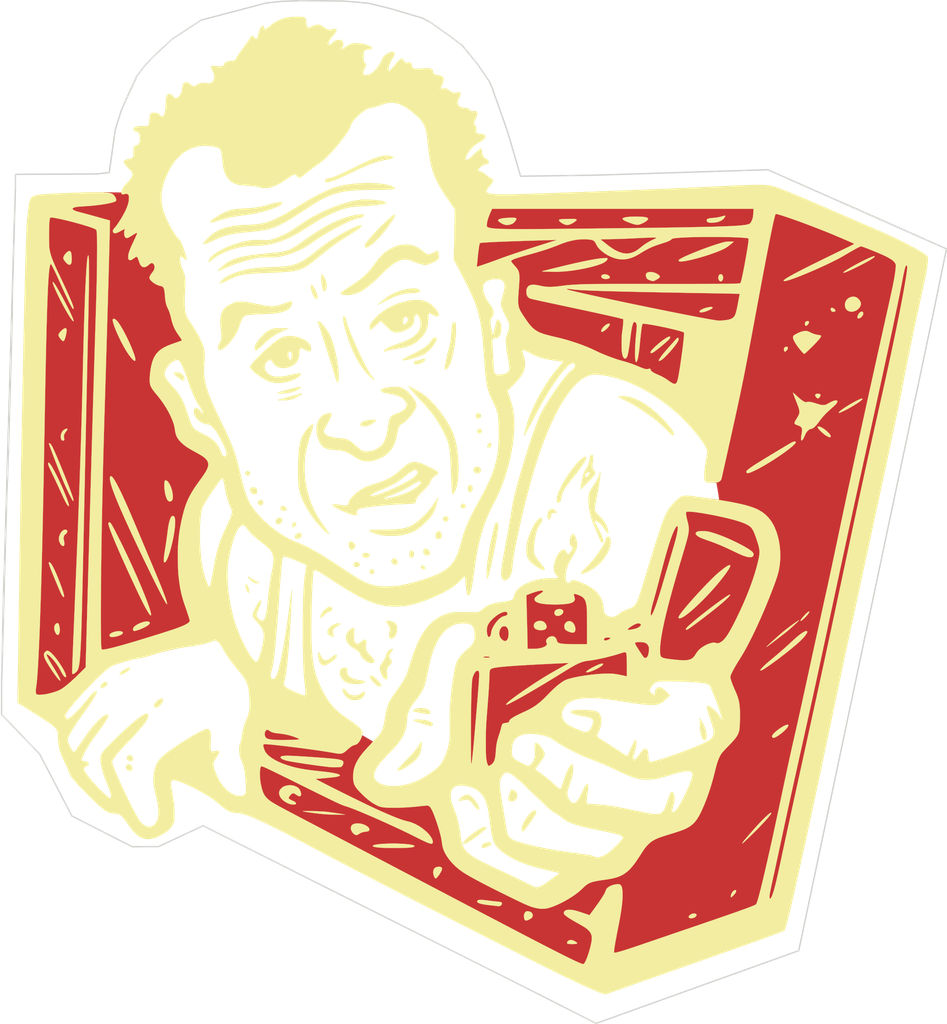
<source format=kicad_pcb>
(kicad_pcb (version 20211014) (generator pcbnew)
  (layers (0 "F.Cu" signal) (31 "B.Cu" signal) (34 "B.Paste" user) (35 "F.Paste" user) (36 "B.SilkS" user "B.Silkscreen") (37 "F.SilkS" user "F.Silkscreen") (38 "B.Mask" user) (39 "F.Mask" user) (44 "Edge.Cuts" user))
  (net 0 "")
  (footprint "LOGO" (layer "F.Cu") (at 149.604169 111.429933)
    (fp_text reference "G***" hide)
    (fp_text value "LOGO" hide)
  )
  (footprint "LOGO" (layer "F.Cu") (at 149.604169 111.429933)
    (fp_text reference "G***" hide)
    (fp_text value "LOGO" hide)
  )
  (footprint "LOGO" (layer "F.Cu") (at 149.604169 111.429933)
    (fp_text reference "G***" hide)
    (fp_text value "LOGO" hide)
    (fp_poly (pts (xy 28.659666 -21.437729) (xy 29.090551 -21.24591) (xy 29.515339 -21.056783) (xy 29.932097 -20.871212) (xy 30.338893 -20.690056) (xy 30.733793 -20.514178) (xy 31.114864 -20.344439) (xy 31.480173 -20.181701) (xy 31.827788 -20.026824) (xy 32.155774 -19.880671) (xy 32.462199 -19.744103) (xy 32.74513 -19.617981) (xy 33.002634 -19.503167) (xy 33.232778 -19.400522) (xy 33.433628 -19.310907) (xy 33.603252 -19.235185) (xy 33.739716 -19.174216) (xy 33.841087 -19.128862) (xy 33.898416 -19.103143) (xy 34.047566 -19.036095) (xy 34.190426 -18.971943) (xy 34.320596 -18.913555) (xy 34.431672 -18.863802) (xy 34.517253 -18.825554) (xy 34.570936 -18.801679) (xy 34.572574 -18.800956) (xy 34.696398 -18.746298) (xy 34.682623 -18.660024) (xy 34.67459 -18.616649) (xy 34.657928 -18.532881) (xy 34.632853 -18.409727) (xy 34.599577 -18.248193) (xy 34.558315 -18.049286) (xy 34.509281 -17.814012) (xy 34.45269 -17.543379) (xy 34.388755 -17.238392) (xy 34.317691 -16.900059) (xy 34.239711 -16.529385) (xy 34.155031 -16.127378) (xy 34.063864 -15.695045) (xy 33.966424 -15.233391) (xy 33.862925 -14.743423) (xy 33.753583 -14.226148) (xy 33.63861 -13.682573) (xy 33.518221 -13.113704) (xy 33.39263 -12.520548) (xy 33.262051 -11.904111) (xy 33.126699 -11.2654) (xy 32.986787 -10.605422) (xy 32.842531 -9.925183) (xy 32.694143 -9.22569) (xy 32.541838 -8.507949) (xy 32.385831 -7.772967) (xy 32.226335 -7.021751) (xy 32.063564 -6.255307) (xy 31.897733 -5.474642) (xy 31.729057 -4.680762) (xy 31.557748 -3.874674) (xy 31.384021 -3.057385) (xy 31.208091 -2.229901) (xy 31.030172 -1.393229) (xy 30.850477 -0.548376) (xy 30.669221 0.303653) (xy 30.486618 1.16185) (xy 30.302883 2.025208) (xy 30.118228 2.892722) (xy 29.93287 3.763384) (xy 29.74702 4.636188) (xy 29.560895 5.510128) (xy 29.374708 6.384196) (xy 29.188673 7.257386) (xy 29.003004 8.128692) (xy 28.817916 8.997107) (xy 28.633623 9.861624) (xy 28.450338 10.721237) (xy 28.268276 11.574939) (xy 28.087652 12.421723) (xy 27.908679 13.260583) (xy 27.731571 14.090512) (xy 27.556543 14.910504) (xy 27.383809 15.719553) (xy 27.213582 16.51665) (xy 27.046078 17.300791) (xy 26.88151 18.070967) (xy 26.720093 18.826174) (xy 26.56204 19.565403) (xy 26.407566 20.287649) (xy 26.256885 20.991905) (xy 26.110211 21.677163) (xy 25.967758 22.342419) (xy 25.829741 22.986664) (xy 25.696373 23.608893) (xy 25.567869 24.208099) (xy 25.444443 24.783275) (xy 25.326309 25.333415) (xy 25.213682 25.857511) (xy 25.106774 26.354558) (xy 25.005801 26.823549) (xy 24.995561 26.871083) (xy 24.920758 27.218183) (xy 24.85431 27.52625) (xy 24.795693 27.797642) (xy 24.744387 28.034719) (xy 24.699867 28.239838) (xy 24.661613 28.415359) (xy 24.629102 28.563641) (xy 24.601812 28.687042) (xy 24.57922 28.787921) (xy 24.560803 28.868637) (xy 24.546041 28.931548) (xy 24.534409 28.979014) (xy 24.525387 29.013394) (xy 24.518452 29.037045) (xy 24.513081 29.052327) (xy 24.511988 29.054961) (xy 24.493173 29.083614) (xy 24.458145 29.114909) (xy 24.402751 29.151184) (xy 24.322839 29.194778) (xy 24.214255 29.248029) (xy 24.072848 29.313276) (xy 23.976553 29.35647) (xy 23.822131 29.424262) (xy 23.649492 29.498175) (xy 23.457527 29.578634) (xy 23.245129 29.666064) (xy 23.011191 29.760891) (xy 22.754604 29.86354) (xy 22.474261 29.974436) (xy 22.169055 30.094004) (xy 21.837877 30.22267) (xy 21.479621 30.360858) (xy 21.093178 30.508995) (xy 20.677441 30.667504) (xy 20.231303 30.836812) (xy 19.753655 31.017344) (xy 19.24339 31.209524) (xy 18.699401 31.413779) (xy 18.120579 31.630533) (xy 17.505817 31.860211) (xy 16.854008 32.103239) (xy 16.164044 32.360043) (xy 15.8115 32.491107) (xy 15.301252 32.680717) (xy 14.829279 32.856067) (xy 14.394186 33.017672) (xy 13.994576 33.166047) (xy 13.629053 33.301706) (xy 13.29622 33.425165) (xy 12.994683 33.536937) (xy 12.723044 33.637539) (xy 12.479907 33.727484) (xy 12.263877 33.807287) (xy 12.073557 33.877463) (xy 11.907551 33.938527) (xy 11.764463 33.990994) (xy 11.642897 34.035379) (xy 11.541457 34.072195) (xy 11.458747 34.101958) (xy 11.39337 34.125184) (xy 11.34393 34.142385) (xy 11.309032 34.154078) (xy 11.287278 34.160777) (xy 11.277274 34.162997) (xy 11.277106 34.163) (xy 11.250883 34.154156) (xy 11.192402 34.129374) (xy 11.107453 34.091272) (xy 11.001824 34.04247) (xy 10.881306 33.985589) (xy 10.816048 33.954349) (xy 10.672384 33.885143) (xy 10.52158 33.812283) (xy 10.362857 33.735383) (xy 10.195435 33.654055) (xy 10.018535 33.567913) (xy 9.831378 33.476569) (xy 9.633184 33.379636) (xy 9.423173 33.276727) (xy 9.200567 33.167455) (xy 8.964585 33.051433) (xy 8.714448 32.928274) (xy 8.449377 32.797591) (xy 8.168593 32.658997) (xy 7.871315 32.512105) (xy 7.556764 32.356527) (xy 7.224161 32.191877) (xy 6.872726 32.017767) (xy 6.50168 31.833811) (xy 6.110244 31.639621) (xy 5.697637 31.434811) (xy 5.263081 31.218993) (xy 4.805796 30.991781) (xy 4.325002 30.752786) (xy 3.819921 30.501623) (xy 3.289771 30.237903) (xy 2.733775 29.961241) (xy 2.151152 29.671249) (xy 1.541124 29.367539) (xy 0.90291 29.049725) (xy 0.235731 28.71742) (xy -0.461192 28.370237) (xy -1.188639 28.007789) (xy -1.947389 27.629687) (xy -2.738222 27.235547) (xy -3.561917 26.82498) (xy -4.419254 26.397599) (xy -5.311012 25.953017) (xy -6.237971 25.490848) (xy -7.200909 25.010704) (xy -8.200608 24.512198) (xy -8.640023 24.293072) (xy -13.459463 21.889698) (xy -13.48303 21.802175) (xy -13.498286 21.742928) (xy -13.520244 21.654172) (xy -13.547329 21.542594) (xy -13.577965 21.414885) (xy -13.610578 21.277732) (xy -13.643593 21.137825) (xy -13.675434 21.001853) (xy -13.704526 20.876505) (xy -13.729295 20.768469) (xy -13.748164 20.684436) (xy -13.75956 20.631093) (xy -13.762096 20.617069) (xy -13.765554 20.601275) (xy -13.774184 20.58641) (xy -13.791986 20.570639) (xy -13.82296 20.552132) (xy -13.871105 20.529054) (xy -13.940423 20.499573) (xy -14.034912 20.461855) (xy -14.158572 20.41407) (xy -14.315405 20.354382) (xy -14.430375 20.310852) (xy -14.583834 20.252799) (xy -14.583834 18.71192) (xy -14.838824 17.586878) (xy -14.886696 17.374677) (xy -14.931412 17.174545) (xy -14.97214 16.990345) (xy -15.008045 16.825942) (xy -15.038294 16.685198) (xy -15.062053 16.571977) (xy -15.078489 16.490143) (xy -15.086767 16.443559) (xy -15.087533 16.434328) (xy -15.069808 16.414118) (xy -15.023263 16.371747) (xy -14.952468 16.311075) (xy -14.861992 16.235964) (xy -14.756406 16.150274) (xy -14.665559 16.077831) (xy -14.530737 15.971869) (xy -14.417774 15.885483) (xy -14.317737 15.812797) (xy -14.221696 15.747939) (xy -14.120719 15.685035) (xy -14.005872 15.61821) (xy -13.868225 15.541592) (xy -13.761656 15.483407) (xy -13.273444 15.217971) (xy -9.93775 15.624217) (xy -8.974667 15.635307) (xy -8.738529 15.638212) (xy -8.539571 15.641178) (xy -8.372643 15.644439) (xy -8.232591 15.648229) (xy -8.114265 15.652785) (xy -8.012513 15.65834) (xy -7.922181 15.665129) (xy -7.83812 15.673387) (xy -7.755175 15.683348) (xy -7.672547 15.694628) (xy -7.333511 15.74286) (xy -7.021238 15.946513) (xy -6.918114 16.012705) (xy -6.825886 16.069908) (xy -6.750889 16.11435) (xy -6.699462 16.142259) (xy -6.679114 16.150166) (xy -6.657128 16.160567) (xy -6.603757 16.189834) (xy -6.523926 16.235067) (xy -6.422557 16.293365) (xy -6.304574 16.361825) (xy -6.174901 16.437549) (xy -6.03846 16.517633) (xy -5.900177 16.599177) (xy -5.764974 16.67928) (xy -5.637774 16.75504) (xy -5.523501 16.823557) (xy -5.42708 16.88193) (xy -5.353432 16.927256) (xy -5.307482 16.956636) (xy -5.294628 16.965968) (xy -5.304329 16.98359) (xy -5.336942 17.023512) (xy -5.385835 17.077708) (xy -5.395393 17.087875) (xy -5.50378 17.202478) (xy -5.823181 18.219422) (xy -6.142583 19.236365) (xy -5.969236 19.910474) (xy -5.927431 20.072472) (xy -5.888843 20.220902) (xy -5.854758 20.350911) (xy -5.82646 20.457643) (xy -5.805232 20.536243) (xy -5.792359 20.581856) (xy -5.789074 20.591523) (xy -5.767533 20.596498) (xy -5.708271 20.608163) (xy -5.615246 20.625786) (xy -5.492416 20.648637) (xy -5.343739 20.675985) (xy -5.173171 20.7071) (xy -4.98467 20.741251) (xy -4.782195 20.777707) (xy -4.728636 20.787314) (xy -3.675012 20.976166) (xy -1.924893 20.976166) (xy -1.269657 21.203708) (xy -0.614422 21.43125) (xy -0.613834 23.240434) (xy -0.32795 23.855898) (xy -0.251684 24.018438) (xy -0.174766 24.179373) (xy -0.100624 24.331744) (xy -0.032687 24.468593) (xy 0.025618 24.582964) (xy 0.07086 24.667898) (xy 0.081588 24.686972) (xy 0.188745 24.875774) (xy 0.273648 25.029736) (xy 0.336754 25.149746) (xy 0.378521 25.236689) (xy 0.399406 25.291451) (xy 0.402166 25.307547) (xy 0.389613 25.335635) (xy 0.348664 25.368973) (xy 0.27439 25.411237) (xy 0.239515 25.428865) (xy 0.076864 25.509347) (xy 0.752807 25.852846) (xy 0.854168 25.904374) (xy 0.990356 25.973637) (xy 1.158473 26.059159) (xy 1.355621 26.159466) (xy 1.578903 26.273083) (xy 1.825421 26.398535) (xy 2.092278 26.534348) (xy 2.376575 26.679046) (xy 2.675416 26.831156) (xy 2.985902 26.989202) (xy 3.305137 27.15171) (xy 3.630221 27.317205) (xy 3.958258 27.484212) (xy 4.102894 27.55785) (xy 6.777038 28.919356) (xy 7.299381 28.770985) (xy 7.509938 28.709065) (xy 7.70242 28.648281) (xy 7.870146 28.590872) (xy 8.006434 28.539073) (xy 8.059503 28.516512) (xy 8.273994 28.408305) (xy 8.504303 28.269014) (xy 8.743434 28.103214) (xy 8.984391 27.915483) (xy 9.006416 27.897261) (xy 9.375633 27.614897) (xy 9.758449 27.370061) (xy 10.152624 27.163964) (xy 10.555917 26.997817) (xy 10.838405 26.907081) (xy 10.955992 26.873976) (xy 11.053603 26.847734) (xy 11.141917 26.825985) (xy 11.231612 26.806364) (xy 11.333365 26.786503) (xy 11.457855 26.764034) (xy 11.578166 26.743079) (xy 11.855865 26.687368) (xy 12.099241 26.620614) (xy 12.315643 26.53924) (xy 12.512417 26.439668) (xy 12.696912 26.31832) (xy 12.876476 26.171619) (xy 13.008494 26.046632) (xy 13.11306 25.937175) (xy 13.2216 25.812602) (xy 13.337223 25.668863) (xy 13.46304 25.501905) (xy 13.602163 25.307677) (xy 13.757701 25.082128) (xy 13.822051 24.986925) (xy 13.92473 24.836834) (xy 14.025199 24.694693) (xy 14.118928 24.566631) (xy 14.201386 24.458775) (xy 14.26804 24.377253) (xy 14.29542 24.346808) (xy 14.367335 24.274661) (xy 14.442927 24.206904) (xy 14.525126 24.142154) (xy 14.616864 24.079032) (xy 14.721074 24.016155) (xy 14.840687 23.952142) (xy 14.978635 23.885612) (xy 15.137849 23.815184) (xy 15.321261 23.739476) (xy 15.531803 23.657106) (xy 15.772408 23.566695) (xy 16.046006 23.466859) (xy 16.355529 23.356218) (xy 16.525122 23.296258) (xy 16.725925 23.225376) (xy 16.890977 23.1667) (xy 17.024476 23.118438) (xy 17.130623 23.078797) (xy 17.213617 23.045983) (xy 17.277659 23.018204) (xy 17.326948 22.993667) (xy 17.365683 22.970579) (xy 17.398065 22.947148) (xy 17.428294 22.92158) (xy 17.450808 22.901094) (xy 17.493926 22.858709) (xy 17.536791 22.810401) (xy 17.580624 22.753733) (xy 17.626646 22.686268) (xy 17.676077 22.605569) (xy 17.730139 22.509201) (xy 17.790052 22.394725) (xy 17.857036 22.259705) (xy 17.932312 22.101704) (xy 18.017101 21.918286) (xy 18.112624 21.707014) (xy 18.2201 21.465451) (xy 18.340752 21.19116) (xy 18.475799 20.881705) (xy 18.56351 20.679833) (xy 18.749157 20.255943) (xy 18.922195 19.869274) (xy 19.083996 19.517088) (xy 19.235931 19.196647) (xy 19.379372 18.905213) (xy 19.515692 18.640049) (xy 19.646262 18.398417) (xy 19.772454 18.177581) (xy 19.895641 17.974801) (xy 20.000899 17.81175) (xy 20.05192 17.738104) (xy 20.124211 17.638142) (xy 20.212679 17.518677) (xy 20.312236 17.386519) (xy 20.417793 17.24848) (xy 20.524155 17.111503) (xy 20.906739 16.622922) (xy 20.857824 15.969477) (xy 20.834829 15.674898) (xy 20.812088 15.413603) (xy 20.788395 15.17657) (xy 20.762548 14.954775) (xy 20.733343 14.739194) (xy 20.699576 14.520804) (xy 20.660044 14.290582) (xy 20.613542 14.039504) (xy 20.571355 13.821833) (xy 20.517917 13.559973) (xy 20.464237 13.315792) (xy 20.411212 13.092509) (xy 20.359735 12.893344) (xy 20.310703 12.721519) (xy 20.265009 12.580253) (xy 20.223548 12.472767) (xy 20.187216 12.402281) (xy 20.171207 12.381874) (xy 20.135876 12.360788) (xy 20.064696 12.330156) (xy 19.962636 12.291666) (xy 19.834662 12.247004) (xy 19.685743 12.197856) (xy 19.520846 12.14591) (xy 19.34494 12.092851) (xy 19.177 12.04432) (xy 18.97125 11.988573) (xy 18.771373 11.939878) (xy 18.573007 11.897813) (xy 18.371792 11.861955) (xy 18.163364 11.831879) (xy 17.943364 11.807163) (xy 17.707429 11.787382) (xy 17.451197 11.772115) (xy 17.170308 11.760937) (xy 16.8604 11.753426) (xy 16.51711 11.749157) (xy 16.136079 11.747707) (xy 16.1211 11.747702) (xy 15.234784 11.7475) (xy 14.064254 12.886246) (xy 12.858252 12.952217) (xy 12.459319 12.974288) (xy 12.099697 12.994753) (xy 11.776405 13.013853) (xy 11.486461 13.031825) (xy 11.226882 13.048908) (xy 10.994688 13.065342) (xy 10.786897 13.081364) (xy 10.600526 13.097214) (xy 10.432594 13.11313) (xy 10.28012 13.129351) (xy 10.140121 13.146116) (xy 10.009615 13.163663) (xy 9.885621 13.182232) (xy 9.789583 13.197902) (xy 9.517479 13.250262) (xy 9.282691 13.309877) (xy 9.080546 13.378612) (xy 8.906371 13.45833) (xy 8.755493 13.550895) (xy 8.62324 13.658171) (xy 8.614067 13.666743) (xy 8.537964 13.742901) (xy 8.469577 13.822246) (xy 8.404018 13.911993) (xy 8.336396 14.019357) (xy 8.261822 14.151554) (xy 8.179198 14.308433) (xy 8.086066 14.475797) (xy 7.99317 14.6103) (xy 7.891814 14.720459) (xy 7.773302 14.814792) (xy 7.628937 14.901818) (xy 7.513981 14.960008) (xy 7.363516 15.028694) (xy 7.179581 15.106833) (xy 6.969275 15.191788) (xy 6.7397 15.28092) (xy 6.497955 15.371591) (xy 6.251138 15.46116) (xy 6.006351 15.546991) (xy 5.770692 15.626443) (xy 5.551262 15.696879) (xy 5.439976 15.730846) (xy 5.26325 15.787235) (xy 5.121416 15.841465) (xy 5.007429 15.897154) (xy 4.914242 15.957925) (xy 4.83481 16.027397) (xy 4.807779 16.055723) (xy 4.74176 16.134991) (xy 4.680706 16.224409) (xy 4.62312 16.32789) (xy 4.567505 16.449349) (xy 4.512364 16.592698) (xy 4.4562 16.761851) (xy 4.397517 16.960721) (xy 4.334817 17.193221) (xy 4.266605 17.463265) (xy 4.261587 17.483666) (xy 4.195922 17.742058) (xy 4.134078 17.964491) (xy 4.073709 18.156887) (xy 4.012468 18.325169) (xy 3.94801 18.475259) (xy 3.87799 18.613079) (xy 3.800062 18.744553) (xy 3.711879 18.875602) (xy 3.708286 18.880666) (xy 3.541165 19.088869) (xy 3.360064 19.264881) (xy 3.16805 19.407195) (xy 2.968194 19.514307) (xy 2.763565 19.58471) (xy 2.557233 19.6169) (xy 2.352266 19.60937) (xy 2.258233 19.591907) (xy 2.139396 19.559554) (xy 2.031324 19.519165) (xy 1.927501 19.466574) (xy 1.82141 19.397621) (xy 1.706535 19.308142) (xy 1.576359 19.193975) (xy 1.45017 19.075711) (xy 1.222528 18.858006) (xy 1.268015 17.001378) (xy 1.283312 16.395027) (xy 1.298497 15.829976) (xy 1.313624 15.305192) (xy 1.328743 14.819642) (xy 1.343907 14.372294) (xy 1.359167 13.962115) (xy 1.374576 13.58807) (xy 1.390185 13.249129) (xy 1.406047 12.944257) (xy 1.422214 12.672422) (xy 1.438737 12.43259) (xy 1.455669 12.22373) (xy 1.473061 12.044807) (xy 1.490965 11.89479) (xy 1.509433 11.772645) (xy 1.528518 11.677339) (xy 1.537676 11.641666) (xy 1.584598 11.509627) (xy 1.658474 11.34954) (xy 1.757518 11.164442) (xy 1.879947 10.957369) (xy 2.023976 10.731357) (xy 2.187821 10.489445) (xy 2.342562 10.271897) (xy 2.45193 10.116262) (xy 2.534705 9.983345) (xy 2.59293 9.864686) (xy 2.628645 9.751824) (xy 2.643894 9.636298) (xy 2.640718 9.509646) (xy 2.621159 9.363409) (xy 2.594971 9.22606) (xy 2.559284 9.026016) (xy 2.542438 8.852306) (xy 2.545493 8.692847) (xy 2.569509 8.535555) (xy 2.615546 8.368347) (xy 2.684664 8.179139) (xy 2.687419 8.172208) (xy 2.771105 7.970571) (xy 2.848909 7.804354) (xy 2.925354 7.667944) (xy 3.004961 7.555726) (xy 3.09225 7.462085) (xy 3.191745 7.381406) (xy 3.307965 7.308076) (xy 3.438095 7.240051) (xy 3.54256 7.190936) (xy 3.674472 7.131765) (xy 3.821804 7.067773) (xy 3.972527 7.004195) (xy 4.09575 6.953817) (xy 4.32932 6.858255) (xy 4.526225 6.77344) (xy 4.690122 6.697226) (xy 4.824668 6.627467) (xy 4.933519 6.562018) (xy 5.020333 6.498732) (xy 5.088768 6.435465) (xy 5.142479 6.370071) (xy 5.173523 6.321448) (xy 5.196723 6.272473) (xy 5.229413 6.191712) (xy 5.268355 6.087751) (xy 5.310313 5.969178) (xy 5.343778 5.869864) (xy 5.386874 5.740091) (xy 5.419823 5.645036) (xy 5.445275 5.579064) (xy 5.465881 5.53654) (xy 5.484291 5.511828) (xy 5.503156 5.499295) (xy 5.520464 5.494227) (xy 5.589298 5.48076) (xy 5.693099 5.461671) (xy 5.825049 5.438119) (xy 5.978328 5.411263) (xy 6.146116 5.382259) (xy 6.321594 5.352266) (xy 6.497944 5.322443) (xy 6.668345 5.293948) (xy 6.825978 5.267938) (xy 6.964024 5.245572) (xy 7.075664 5.228008) (xy 7.154078 5.216405) (xy 7.164916 5.214936) (xy 7.330808 5.196598) (xy 7.492263 5.186987) (xy 7.655267 5.186674) (xy 7.825804 5.196231) (xy 8.009861 5.21623) (xy 8.213424 5.247243) (xy 8.442478 5.289841) (xy 8.703009 5.344597) (xy 8.838631 5.37483) (xy 9.080394 5.430955) (xy 9.285501 5.482388) (xy 9.459056 5.53138) (xy 9.606164 5.580182) (xy 9.731928 5.631042) (xy 9.841454 5.686212) (xy 9.939845 5.747942) (xy 10.032206 5.818482) (xy 10.12364 5.900081) (xy 10.199453 5.974737) (xy 10.390054 6.191824) (xy 10.564941 6.436837) (xy 10.717566 6.69883) (xy 10.841382 6.966855) (xy 10.911247 7.164746) (xy 10.986975 7.37821) (xy 11.076749 7.556819) (xy 11.186265 7.707221) (xy 11.321217 7.836063) (xy 11.487301 7.949991) (xy 11.664027 8.043333) (xy 11.759179 8.087327) (xy 11.829847 8.115155) (xy 11.88904 8.130308) (xy 11.949765 8.136277) (xy 12.012083 8.136739) (xy 12.069955 8.134448) (xy 12.128648 8.128158) (xy 12.191443 8.116565) (xy 12.261618 8.098361) (xy 12.342453 8.072239) (xy 12.437229 8.036893) (xy 12.549226 7.991015) (xy 12.681721 7.9333) (xy 12.837997 7.862439) (xy 13.021332 7.777127) (xy 13.235006 7.676057) (xy 13.482299 7.557921) (xy 13.568119 7.516756) (xy 14.150488 7.237207) (xy 14.391006 6.629562) (xy 14.483354 6.389808) (xy 14.584692 6.115047) (xy 14.693044 5.811161) (xy 14.806438 5.484032) (xy 14.922897 5.13954) (xy 15.040447 4.783567) (xy 15.157115 4.421996) (xy 15.270925 4.060708) (xy 15.379902 3.705584) (xy 15.440613 3.503083) (xy 15.56913 3.072671) (xy 15.687734 2.680715) (xy 15.797376 2.324757) (xy 15.899005 2.002338) (xy 15.993572 1.710997) (xy 16.082026 1.448276) (xy 16.165316 1.211715) (xy 16.244394 0.998854) (xy 16.320207 0.807236) (xy 16.393707 0.634399) (xy 16.465842 0.477886) (xy 16.537563 0.335236) (xy 16.609819 0.203991) (xy 16.68356 0.08169) (xy 16.759737 -0.034125) (xy 16.839297 -0.145914) (xy 16.861143 -0.175273) (xy 16.94197 -0.275451) (xy 17.039504 -0.384541) (xy 17.14701 -0.496101) (xy 17.257752 -0.603685) (xy 17.364994 -0.700849) (xy 17.461999 -0.781151) (xy 17.542033 -0.838146) (xy 17.571534 -0.854881) (xy 17.638252 -0.882291) (xy 17.713084 -0.900189) (xy 17.80158 -0.908519) (xy 17.909289 -0.907224) (xy 18.041761 -0.896249) (xy 18.204545 -0.875537) (xy 18.393833 -0.846546) (xy 18.537565 -0.824633) (xy 18.685707 -0.804312) (xy 18.825809 -0.787139) (xy 18.945424 -0.774666) (xy 19.010549 -0.76955) (xy 19.11213 -0.762872) (xy 19.17975 -0.761713) (xy 19.221779 -0.772162) (xy 19.246587 -0.80031) (xy 19.262541 -0.852248) (xy 19.278012 -0.934065) (xy 19.284482 -0.968891) (xy 19.299973 -1.039206) (xy 19.315397 -1.091101) (xy 19.326305 -1.111954) (xy 19.352145 -1.112595) (xy 19.411817 -1.107356) (xy 19.497362 -1.097128) (xy 19.600821 -1.0828) (xy 19.641509 -1.07672) (xy 19.749042 -1.061258) (xy 19.841102 -1.04976) (xy 19.909888 -1.043066) (xy 19.947601 -1.042018) (xy 19.952131 -1.043243) (xy 19.951818 -1.066365) (xy 19.945114 -1.125958) (xy 19.932777 -1.216769) (xy 19.915564 -1.333544) (xy 19.894231 -1.471028) (xy 19.869537 -1.623969) (xy 19.860948 -1.67592) (xy 19.757753 -2.296584) (xy 19.635269 -2.302975) (xy 19.566798 -2.307487) (xy 19.531477 -2.31533) (xy 19.520166 -2.331749) (xy 19.523727 -2.361991) (xy 19.524653 -2.366475) (xy 19.550926 -2.509612) (xy 19.577453 -2.684127) (xy 19.603204 -2.880195) (xy 19.627151 -3.087991) (xy 19.648264 -3.297693) (xy 19.665514 -3.499475) (xy 19.677872 -3.683514) (xy 19.684308 -3.839984) (xy 19.685 -3.897158) (xy 19.679146 -4.118546) (xy 19.660225 -4.324953) (xy 19.626193 -4.521987) (xy 19.575008 -4.715255) (xy 19.504626 -4.910363) (xy 19.413005 -5.112919) (xy 19.298102 -5.32853) (xy 19.157875 -5.562803) (xy 18.99028 -5.821346) (xy 18.976463 -5.842) (xy 18.723625 -6.211604) (xy 18.482784 -6.546579) (xy 18.249547 -6.851333) (xy 18.019526 -7.130272) (xy 17.788328 -7.3878) (xy 17.551564 -7.628324) (xy 17.304842 -7.856248) (xy 17.043771 -8.07598) (xy 16.763961 -8.291925) (xy 16.461021 -8.508488) (xy 16.13056 -8.730075) (xy 16.039034 -8.789412) (xy 15.623929 -9.052265) (xy 15.219089 -9.299536) (xy 14.8276 -9.529532) (xy 14.452549 -9.740563) (xy 14.097023 -9.930935) (xy 13.764106 -10.098957) (xy 13.456886 -10.242936) (xy 13.178448 -10.361181) (xy 13.156597 -10.369837) (xy 12.867774 -10.478821) (xy 12.541091 -10.593517) (xy 12.180469 -10.712828) (xy 11.789829 -10.835654) (xy 11.373092 -10.960897) (xy 10.934181 -11.087458) (xy 10.477015 -11.214241) (xy 10.005518 -11.340145) (xy 9.523609 -11.464073) (xy 9.03521 -11.584927) (xy 8.544243 -11.701607) (xy 8.054629 -11.813016) (xy 7.821083 -11.864333) (xy 7.41834 -11.953506) (xy 7.053758 -12.038008) (xy 6.723552 -12.118877) (xy 6.423936 -12.197152) (xy 6.151125 -12.273871) (xy 5.901334 -12.350073) (xy 5.670777 -12.426797) (xy 5.455669 -12.505081) (xy 5.381625 -12.533711) (xy 4.995333 -12.685445) (xy 4.996381 -12.803848) (xy 4.997637 -12.862807) (xy 5.000494 -12.954954) (xy 5.004627 -13.071188) (xy 5.009714 -13.202406) (xy 5.015237 -13.335) (xy 5.023459 -13.632601) (xy 5.020026 -13.898671) (xy 5.003756 -14.142694) (xy 4.97347 -14.374157) (xy 4.927987 -14.602545) (xy 4.866126 -14.837344) (xy 4.803167 -15.038848) (xy 4.765246 -15.154749) (xy 4.732678 -15.259073) (xy 4.705127 -15.35599) (xy 4.682255 -15.449669) (xy 4.663725 -15.544282) (xy 4.649199 -15.643997) (xy 4.638341 -15.752985) (xy 4.630814 -15.875417) (xy 4.626279 -16.015462) (xy 4.6244 -16.17729) (xy 4.624839 -16.365071) (xy 4.62726 -16.582976) (xy 4.631324 -16.835174) (xy 4.636256 -17.102667) (xy 4.646083 -17.62125) (xy 4.586527 -17.790584) (xy 4.536455 -17.915016) (xy 4.468996 -18.056931) (xy 4.389304 -18.207553) (xy 4.302532 -18.358109) (xy 4.213833 -18.499823) (xy 4.12836 -18.623921) (xy 4.051266 -18.72163) (xy 4.019848 -18.755485) (xy 3.964283 -18.806405) (xy 3.923107 -18.829981) (xy 3.884739 -18.832301) (xy 3.876586 -18.830793) (xy 3.846177 -18.820374) (xy 3.780849 -18.795171) (xy 3.684688 -18.756848) (xy 3.561783 -18.707071) (xy 3.416221 -18.647503) (xy 3.25209 -18.579809) (xy 3.073476 -18.505655) (xy 2.88925 -18.428707) (xy 1.957916 -18.038571) (xy 1.952396 -18.950661) (xy 1.946877 -19.862751) (xy 2.183584 -21.046409) (xy 2.420291 -22.230068) (xy 2.771187 -22.536475) (xy 2.886455 -22.637376) (xy 2.975255 -22.713983) (xy 3.043659 -22.769083) (xy 3.097739 -22.805464) (xy 3.143565 -22.825913) (xy 3.187209 -22.833218) (xy 3.234741 -22.830165) (xy 3.292233 -22.819541) (xy 3.357752 -22.805762) (xy 3.424088 -22.792191) (xy 3.48012 -22.96044) (xy 3.536152 -23.12869) (xy 4.493284 -23.142897) (xy 4.722589 -23.146415) (xy 4.984081 -23.150622) (xy 5.267627 -23.155342) (xy 5.563089 -23.160403) (xy 5.860331 -23.165628) (xy 6.149218 -23.170843) (xy 6.419614 -23.175873) (xy 6.551083 -23.178387) (xy 6.974904 -23.186604) (xy 7.437608 -23.195616) (xy 7.935754 -23.205354) (xy 8.465899 -23.215749) (xy 9.024602 -23.226734) (xy 9.608421 -23.238239) (xy 10.213915 -23.250196) (xy 10.837641 -23.262537) (xy 11.476159 -23.275194) (xy 12.126027 -23.288097) (xy 12.783802 -23.301179) (xy 13.446044 -23.31437) (xy 14.10931 -23.327603) (xy 14.77016 -23.340809) (xy 15.42515 -23.35392) (xy 16.070841 -23.366866) (xy 16.703789 -23.37958) (xy 17.320553 -23.391993) (xy 17.917693 -23.404037) (xy 18.491765 -23.415642) (xy 19.039328 -23.426742) (xy 19.2405 -23.430828) (xy 19.659629 -23.439341) (xy 20.070165 -23.447669) (xy 20.469869 -23.455766) (xy 20.856503 -23.463588) (xy 21.227829 -23.471089) (xy 21.581609 -23.478225) (xy 21.915605 -23.484951) (xy 22.227579 -23.491221) (xy 22.515292 -23.496991) (xy 22.776506 -23.502217) (xy 23.008984 -23.506852) (xy 23.210487 -23.510852) (xy 23.378777 -23.514173) (xy 23.511616 -23.516769) (xy 23.606765 -23.518595) (xy 23.661987 -23.519606) (xy 23.664333 -23.519646) (xy 23.97125 -23.524786) (xy 28.659666 -21.437729)) (layer "F.Cu") (width 0.01) (fill solid))
    (fp_poly (pts (xy -25.419185 -23.720874) (xy -25.385492 -23.717378) (xy -25.315296 -23.714193) (xy -25.214427 -23.711442) (xy -25.088715 -23.709245) (xy -24.943988 -23.707723) (xy -24.786079 -23.706997) (xy -24.749125 -23.706956) (xy -24.56601 -23.706553) (xy -24.421207 -23.70541) (xy -24.310696 -23.70334) (xy -24.23046 -23.700157) (xy -24.17648 -23.695673) (xy -24.144737 -23.689703) (xy -24.131215 -23.682059) (xy -24.13 -23.678198) (xy -24.11549 -23.643749) (xy -24.087188 -23.610983) (xy -24.059938 -23.589669) (xy -24.032265 -23.582822) (xy -23.990329 -23.59015) (xy -23.931869 -23.607703) (xy -23.831421 -23.634409) (xy -23.757074 -23.640191) (xy -23.697749 -23.624372) (xy -23.647027 -23.59025) (xy -23.592582 -23.554897) (xy -23.528744 -23.539509) (xy -23.47607 -23.537334) (xy -23.415077 -23.534536) (xy -23.376131 -23.527367) (xy -23.368518 -23.521459) (xy -23.373492 -23.490462) (xy -23.386587 -23.425938) (xy -23.406201 -23.335563) (xy -23.421492 -23.267459) (xy -23.440177 -23.230289) (xy -23.459509 -23.219834) (xy -23.467591 -23.210934) (xy -23.470946 -23.181474) (xy -23.4693 -23.127313) (xy -23.46238 -23.044308) (xy -23.449911 -22.928319) (xy -23.43162 -22.775205) (xy -23.428369 -22.748875) (xy -23.370028 -22.277917) (xy -22.849244 -20.500494) (xy -22.771584 -20.235564) (xy -22.697335 -19.982513) (xy -22.627357 -19.744254) (xy -22.562509 -19.523703) (xy -22.50365 -19.323772) (xy -22.451639 -19.147377) (xy -22.407336 -18.997431) (xy -22.371599 -18.876849) (xy -22.345288 -18.788545) (xy -22.329261 -18.735432) (xy -22.324356 -18.72012) (xy -22.303619 -18.714019) (xy -22.248339 -18.698793) (xy -22.164888 -18.67617) (xy -22.059642 -18.647877) (xy -21.938975 -18.615642) (xy -21.931716 -18.613709) (xy -21.543181 -18.51025) (xy -21.546397 -18.185218) (xy -21.550613 -18.006342) (xy -21.560877 -17.855301) (xy -21.579479 -17.717766) (xy -21.608706 -17.579404) (xy -21.650848 -17.425886) (xy -21.685731 -17.31282) (xy -21.685972 -17.290829) (xy -21.667632 -17.268521) (xy -21.624398 -17.2412) (xy -21.549954 -17.204165) (xy -21.522502 -17.191343) (xy -21.456613 -17.158993) (xy -21.369779 -17.113768) (xy -21.269448 -17.059835) (xy -21.163068 -17.001363) (xy -21.058088 -16.942519) (xy -20.961954 -16.887472) (xy -20.882115 -16.84039) (xy -20.826019 -16.80544) (xy -20.802736 -16.788546) (xy -20.796328 -16.764708) (xy -20.785523 -16.704322) (xy -20.771142 -16.612849) (xy -20.754004 -16.495751) (xy -20.734932 -16.35849) (xy -20.714747 -16.206527) (xy -20.711559 -16.181917) (xy -20.689537 -16.012775) (xy -20.670521 -15.873437) (xy -20.652729 -15.755415) (xy -20.634377 -15.650223) (xy -20.613682 -15.549375) (xy -20.588862 -15.444382) (xy -20.558133 -15.326759) (xy -20.519713 -15.188018) (xy -20.471819 -15.019673) (xy -20.455209 -14.961684) (xy -20.394846 -14.754004) (xy -20.341458 -14.577862) (xy -20.291752 -14.423725) (xy -20.242436 -14.282062) (xy -20.190215 -14.14334) (xy -20.131797 -13.998029) (xy -20.077695 -13.869) (xy -19.880035 -13.403882) (xy -19.516037 -12.911552) (xy -19.410936 -12.769155) (xy -19.32872 -12.656792) (xy -19.266983 -12.570548) (xy -19.223315 -12.50651) (xy -19.195311 -12.460765) (xy -19.180562 -12.429398) (xy -19.17666 -12.408497) (xy -19.181198 -12.394148) (xy -19.190978 -12.383166) (xy -19.218441 -12.359442) (xy -19.273297 -12.31342) (xy -19.35015 -12.249576) (xy -19.443604 -12.172387) (xy -19.548263 -12.086331) (xy -19.588604 -12.053256) (xy -19.94729 -11.759404) (xy -20.67612 -11.58875) (xy -21.00606 -11.157378) (xy -21.120764 -11.005706) (xy -21.209542 -10.884363) (xy -21.273769 -10.791322) (xy -21.314818 -10.724557) (xy -21.334063 -10.682041) (xy -21.335977 -10.670545) (xy -21.333321 -10.630465) (xy -21.326029 -10.557394) (xy -21.315085 -10.460299) (xy -21.301474 -10.348147) (xy -21.294843 -10.295942) (xy -21.253732 -9.976801) (xy -21.010816 -9.52762) (xy -20.931656 -9.384708) (xy -20.847676 -9.23911) (xy -20.764456 -9.100082) (xy -20.687573 -8.976881) (xy -20.622606 -8.878763) (xy -20.603619 -8.851928) (xy -20.530421 -8.750905) (xy -20.442047 -8.628791) (xy -20.348082 -8.498834) (xy -20.258105 -8.374284) (xy -20.229905 -8.335217) (xy -20.020472 -8.045017) (xy -19.765722 -7.245134) (xy -19.510972 -6.44525) (xy -19.288961 -6.093385) (xy -19.06695 -5.741519) (xy -18.672184 -5.448306) (xy -18.531119 -5.346202) (xy -18.366162 -5.231134) (xy -18.189901 -5.111616) (xy -18.014926 -4.99616) (xy -17.853827 -4.893277) (xy -17.822334 -4.873693) (xy -17.697268 -4.795758) (xy -17.584017 -4.724041) (xy -17.48764 -4.661838) (xy -17.413192 -4.612443) (xy -17.365733 -4.579153) (xy -17.350556 -4.566271) (xy -17.340927 -4.538324) (xy -17.323951 -4.475816) (xy -17.301327 -4.385541) (xy -17.274752 -4.274293) (xy -17.245923 -4.148868) (xy -17.242675 -4.134443) (xy -17.151489 -3.728635) (xy -17.305532 -3.011624) (xy -17.459575 -2.294612) (xy -18.01915 -1.290181) (xy -18.578724 -0.28575) (xy -18.879588 2.64744) (xy -18.624606 4.428595) (xy -18.369624 6.209749) (xy -17.737941 7.713916) (xy -17.637924 7.952673) (xy -17.543142 8.180093) (xy -17.454819 8.393167) (xy -17.374179 8.58889) (xy -17.302445 8.764253) (xy -17.240842 8.916251) (xy -17.190593 9.041875) (xy -17.152921 9.138118) (xy -17.129051 9.201974) (xy -17.120206 9.230435) (xy -17.120337 9.231606) (xy -17.142283 9.237881) (xy -17.203119 9.25305) (xy -17.300466 9.27656) (xy -17.431951 9.307855) (xy -17.595196 9.346381) (xy -17.787825 9.391583) (xy -18.007463 9.442908) (xy -18.251732 9.499798) (xy -18.518257 9.561702) (xy -18.804661 9.628062) (xy -19.108569 9.698326) (xy -19.427603 9.771938) (xy -19.759389 9.848343) (xy -19.959938 9.894457) (xy -22.785459 10.543784) (xy -23.873697 10.870447) (xy -24.961936 11.197111) (xy -25.392053 11.544209) (xy -25.822171 11.891307) (xy -27.013377 13.185468) (xy -28.204584 14.47963) (xy -28.533051 15.087356) (xy -28.613282 15.235708) (xy -28.687786 15.373301) (xy -28.75399 15.495394) (xy -28.809322 15.59725) (xy -28.851208 15.67413) (xy -28.877075 15.721295) (xy -28.883783 15.73327) (xy -28.892727 15.7414) (xy -28.908488 15.741457) (xy -28.934439 15.731203) (xy -28.97395 15.7084) (xy -29.030395 15.67081) (xy -29.107144 15.616196) (xy -29.207569 15.542319) (xy -29.335043 15.446942) (xy -29.480558 15.337185) (xy -29.615503 15.235355) (xy -29.731767 15.148397) (xy -29.834609 15.072935) (xy -29.929292 15.00559) (xy -30.021075 14.942987) (xy -30.115219 14.881749) (xy -30.216985 14.818498) (xy -30.331633 14.749858) (xy -30.464425 14.672453) (xy -30.620621 14.582905) (xy -30.805481 14.477838) (xy -30.923701 14.41084) (xy -31.792334 13.918767) (xy -31.792322 13.706258) (xy -31.791825 13.67477) (xy -31.790353 13.60196) (xy -31.787927 13.488828) (xy -31.784572 13.336374) (xy -31.780311 13.145597) (xy -31.775166 12.917498) (xy -31.769162 12.653075) (xy -31.762321 12.35333) (xy -31.754667 12.019261) (xy -31.746223 11.651868) (xy -31.737013 11.252151) (xy -31.727058 10.821111) (xy -31.716384 10.359745) (xy -31.705012 9.869055) (xy -31.692967 9.350041) (xy -31.680272 8.803701) (xy -31.666949 8.231035) (xy -31.653022 7.633044) (xy -31.638515 7.010728) (xy -31.62345 6.365085) (xy -31.607852 5.697116) (xy -31.591742 5.00782) (xy -31.575145 4.298197) (xy -31.558084 3.569248) (xy -31.540581 2.821971) (xy -31.522661 2.057366) (xy -31.504346 1.276434) (xy -31.48566 0.480174) (xy -31.466626 -0.330415) (xy -31.447267 -1.154332) (xy -31.427607 -1.990577) (xy -31.407668 -2.838152) (xy -31.387475 -3.696056) (xy -31.37906 -4.053417) (xy -30.96581 -21.600584) (xy -30.841195 -22.46478) (xy -30.814098 -22.651058) (xy -30.788468 -22.824116) (xy -30.764999 -22.979505) (xy -30.744384 -23.112776) (xy -30.727314 -23.21948) (xy -30.714482 -23.295169) (xy -30.706581 -23.335393) (xy -30.70482 -23.340737) (xy -30.68247 -23.342633) (xy -30.620618 -23.344976) (xy -30.522095 -23.347712) (xy -30.389728 -23.350791) (xy -30.226347 -23.35416) (xy -30.034781 -23.357768) (xy -29.817859 -23.361563) (xy -29.57841 -23.365492) (xy -29.319264 -23.369505) (xy -29.043248 -23.373549) (xy -28.753193 -23.377573) (xy -28.538655 -23.38041) (xy -28.219795 -23.384581) (xy -27.898743 -23.388857) (xy -27.579847 -23.393175) (xy -27.267456 -23.397473) (xy -26.965919 -23.40169) (xy -26.679584 -23.405763) (xy -26.4128 -23.409631) (xy -26.169916 -23.413231) (xy -25.955281 -23.416501) (xy -25.773242 -23.41938) (xy -25.62815 -23.421806) (xy -25.599528 -23.422309) (xy -24.814805 -23.436295) (xy -24.792331 -23.495836) (xy -24.781496 -23.531833) (xy -24.788556 -23.555358) (xy -24.82119 -23.576611) (xy -24.869358 -23.598181) (xy -24.976919 -23.634164) (xy -25.108417 -23.662847) (xy -25.245642 -23.68086) (xy -25.340543 -23.685341) (xy -25.402562 -23.690268) (xy -25.445687 -23.702562) (xy -25.454978 -23.710001) (xy -25.454417 -23.725474) (xy -25.419185 -23.720874)) (layer "F.Cu") (width 0.01) (fill solid))
  )
  (gr_line (start 125.774157 80.946719) (end 125.856889 80.765491) (layer "Edge.Cuts") (width 0.1))
  (gr_line (start 125.774157 80.948496) (end 125.920242 80.637423) (layer "Edge.Cuts") (width 0.1))
  (gr_line (start 125.920242 80.637423) (end 126.649383 79.067884) (layer "Edge.Cuts") (width 0.1))
  (gr_line (start 124.727992 85.128032) (end 124.999531 83.180895) (layer "Edge.Cuts") (width 0.1))
  (gr_line (start 117.649652 87.361625) (end 116.783323 117.11002) (layer "Edge.Cuts") (width 0.1))
  (gr_line (start 186.321404 91.885891) (end 185.382213 96.476952) (layer "Edge.Cuts") (width 0.1))
  (gr_line (start 130.700245 75.441789) (end 131.348572 75.015167) (layer "Edge.Cuts") (width 0.1))
  (gr_line (start 117.649652 86.389152) (end 117.649652 87.361625) (layer "Edge.Cuts") (width 0.1))
  (gr_line (start 150.584909 76.865538) (end 151.75672 78.292317) (layer "Edge.Cuts") (width 0.1))
  (gr_line (start 141.749419 73.60894) (end 142.388168 73.652538) (layer "Edge.Cuts") (width 0.1))
  (gr_line (start 125.154256 82.625202) (end 125.486384 81.599517) (layer "Edge.Cuts") (width 0.1))
  (gr_line (start 178.890484 88.582135) (end 183.852175 90.782004) (layer "Edge.Cuts") (width 0.1))
  (gr_line (start 129.186228 76.429933) (end 130.700245 75.441789) (layer "Edge.Cuts") (width 0.1))
  (gr_line (start 131.348572 75.015167) (end 136.098038 73.764885) (layer "Edge.Cuts") (width 0.1))
  (gr_line (start 116.683606 121.345105) (end 116.85568 115.079541) (layer "Edge.Cuts") (width 0.1))
  (gr_line (start 139.907982 73.589535) (end 141.749419 73.60894) (layer "Edge.Cuts") (width 0.1))
  (gr_line (start 136.098038 73.764885) (end 136.782923 73.679933) (layer "Edge.Cuts") (width 0.1))
  (gr_line (start 125.486384 81.599517) (end 125.774157 80.946719) (layer "Edge.Cuts") (width 0.1))
  (gr_line (start 143.225085 73.729061) (end 142.388168 73.652538) (layer "Edge.Cuts") (width 0.1))
  (gr_line (start 124.566586 86.260596) (end 124.727992 85.128032) (layer "Edge.Cuts") (width 0.1))
  (gr_line (start 117.119936 106.516614) (end 117.422595 95.731081) (layer "Edge.Cuts") (width 0.1))
  (gr_line (start 155.150591 146.300475) (end 131.488474 134.423559) (layer "Edge.Cuts") (width 0.1))
  (gr_line (start 185.382213 96.476952) (end 175.425238 143.634647) (layer "Edge.Cuts") (width 0.1))
  (gr_line (start 148.21497 75.151271) (end 149.62966 76.149975) (layer "Edge.Cuts") (width 0.1))
  (gr_line (start 143.225085 73.729061) (end 143.72043 73.778294) (layer "Edge.Cuts") (width 0.1))
  (gr_line (start 153.042701 80.699705) (end 153.122356 80.889337) (layer "Edge.Cuts") (width 0.1))
  (gr_line (start 173.141093 86.048088) (end 160.358908 86.451913) (layer "Edge.Cuts") (width 0.1))
  (gr_line (start 116.6725 122.006981) (end 116.80172 115.980241) (layer "Edge.Cuts") (width 0.1))
  (gr_line (start 154.452313 84.953838) (end 153.947081 83.244212) (layer "Edge.Cuts") (width 0.1))
  (gr_line (start 160.358908 86.451913) (end 154.905129 86.528031) (layer "Edge.Cuts") (width 0.1))
  (gr_line (start 152.823258 80.042667) (end 153.042701 80.699705) (layer "Edge.Cuts") (width 0.1))
  (gr_line (start 127.152178 78.425555) (end 127.376545 78.179933) (layer "Edge.Cuts") (width 0.1))
  (gr_line (start 116.625813 126.215607) (end 116.626607 124.615527) (layer "Edge.Cuts") (width 0.1))
  (gr_line (start 152.607136 79.549489) (end 152.823258 80.042667) (layer "Edge.Cuts") (width 0.1))
  (gr_line (start 145.354169 74.179933) (end 145.960048 74.361491) (layer "Edge.Cuts") (width 0.1))
  (gr_line (start 143.72043 73.778294) (end 145.354169 74.179933) (layer "Edge.Cuts") (width 0.1))
  (gr_line (start 117.060691 109.03518) (end 117.326032 99.635585) (layer "Edge.Cuts") (width 0.1))
  (gr_line (start 154.905129 86.528031) (end 154.452313 84.953838) (layer "Edge.Cuts") (width 0.1))
  (gr_line (start 136.782923 73.679933) (end 137.322913 73.631079) (layer "Edge.Cuts") (width 0.1))
  (gr_line (start 178.443745 88.392891) (end 184.802193 91.207819) (layer "Edge.Cuts") (width 0.1))
  (gr_line (start 127.854169 77.679933) (end 129.186228 76.429933) (layer "Edge.Cuts") (width 0.1))
  (gr_line (start 116.626104 124.906211) (end 116.626871 123.97914) (layer "Edge.Cuts") (width 0.1))
  (gr_line (start 160.482233 148.999021) (end 175.425238 143.634647) (layer "Edge.Cuts") (width 0.1))
  (gr_line (start 126.585957 79.177652) (end 127.152178 78.425555) (layer "Edge.Cuts") (width 0.1))
  (gr_line (start 117.125139 107.039153) (end 117.423345 96.534662) (layer "Edge.Cuts") (width 0.1))
  (gr_line (start 155.150591 146.300475) (end 160.482233 148.999021) (layer "Edge.Cuts") (width 0.1))
  (gr_line (start 127.280174 135.964527) (end 126.258153 135.972208) (layer "Edge.Cuts") (width 0.1))
  (gr_line (start 151.75672 78.292317) (end 152.607136 79.549489) (layer "Edge.Cuts") (width 0.1))
  (gr_line (start 137.322913 73.631079) (end 138.661133 73.58292) (layer "Edge.Cuts") (width 0.1))
  (gr_line (start 153.122356 80.889337) (end 153.947081 83.244212) (layer "Edge.Cuts") (width 0.1))
  (gr_line (start 131.488474 134.423559) (end 128.207164 135.961325) (layer "Edge.Cuts") (width 0.1))
  (gr_line (start 121.812203 133.701913) (end 119.430377 129.135578) (layer "Edge.Cuts") (width 0.1))
  (gr_line (start 125.904181 80.670021) (end 126.649383 79.067884) (layer "Edge.Cuts") (width 0.1))
  (gr_line (start 123.658743 86.359556) (end 117.649652 86.389152) (layer "Edge.Cuts") (width 0.1))
  (gr_line (start 116.85568 115.079541) (end 117.591294 89.022815) (layer "Edge.Cuts") (width 0.1))
  (gr_line (start 125.774157 80.949567) (end 125.904181 80.670021) (layer "Edge.Cuts") (width 0.1))
  (gr_line (start 119.430377 129.135578) (end 116.625813 126.215607) (layer "Edge.Cuts") (width 0.1))
  (gr_line (start 124.999531 83.180895) (end 125.154256 82.625202) (layer "Edge.Cuts") (width 0.1))
  (gr_line (start 128.207164 135.961325) (end 127.280174 135.964527) (layer "Edge.Cuts") (width 0.1))
  (gr_line (start 126.258153 135.972208) (end 121.812203 133.701913) (layer "Edge.Cuts") (width 0.1))
  (gr_line (start 127.376545 78.179933) (end 127.854169 77.679933) (layer "Edge.Cuts") (width 0.1))
  (gr_line (start 145.960048 74.361491) (end 147.632204 74.854741) (layer "Edge.Cuts") (width 0.1))
  (gr_line (start 147.632204 74.854741) (end 148.21497 75.151271) (layer "Edge.Cuts") (width 0.1))
  (gr_line (start 125.868873 80.742511) (end 126.585957 79.177652) (layer "Edge.Cuts") (width 0.1))
  (gr_line (start 186.321404 91.885891) (end 173.141093 86.048088) (layer "Edge.Cuts") (width 0.1))
  (gr_line (start 123.658743 86.359556) (end 124.558873 86.260593) (layer "Edge.Cuts") (width 0.1))
  (gr_line (start 125.774157 80.949206) (end 125.868873 80.742511) (layer "Edge.Cuts") (width 0.1))
  (gr_line (start 116.626871 123.97914) (end 117.425681 95.303971) (layer "Edge.Cuts") (width 0.1))
  (gr_line (start 149.62966 76.149975) (end 150.584909 76.865538) (layer "Edge.Cuts") (width 0.1))
  (gr_line (start 139.907982 73.589535) (end 138.661133 73.58292) (layer "Edge.Cuts") (width 0.1))
)
</source>
